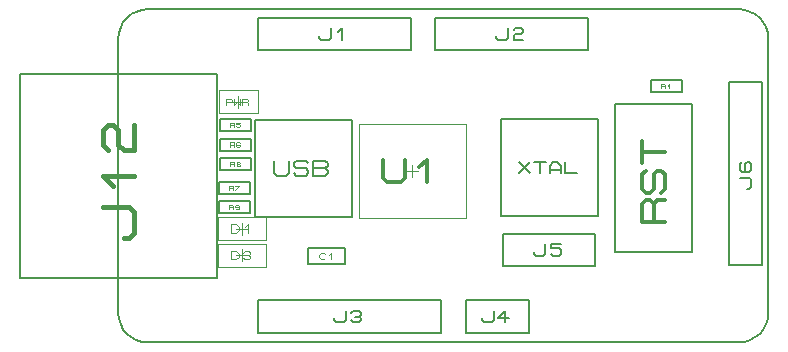
<source format=gbr>
G04 PROTEUS RS274X GERBER FILE*
%FSLAX45Y45*%
%MOMM*%
G01*
%ADD36C,0.050000*%
%ADD37C,0.305000*%
%ADD22C,0.203200*%
%ADD38C,0.313690*%
%ADD39C,0.085340*%
%ADD40C,0.083750*%
%ADD41C,0.060960*%
%ADD26C,0.152400*%
%ADD42C,0.435610*%
%ADD43C,0.117000*%
%ADD44C,0.205080*%
%ADD45C,0.164590*%
%ADD46C,0.164060*%
D36*
X+2032240Y+955680D02*
X+2942240Y+955680D01*
X+2942240Y+1745680D01*
X+2032240Y+1745680D01*
X+2032240Y+955680D01*
X+2487240Y+1400680D02*
X+2487240Y+1300680D01*
X+2537240Y+1350680D02*
X+2437240Y+1350680D01*
D37*
X+2243240Y+1442180D02*
X+2243240Y+1289680D01*
X+2273740Y+1259180D01*
X+2395740Y+1259180D01*
X+2426240Y+1289680D01*
X+2426240Y+1442180D01*
X+2548240Y+1381180D02*
X+2609240Y+1442180D01*
X+2609240Y+1259180D01*
D22*
X+4202840Y+664620D02*
X+4858160Y+664620D01*
X+4858160Y+1919380D01*
X+4202840Y+1919380D01*
X+4202840Y+664620D01*
D38*
X+4624607Y+915572D02*
X+4436393Y+915572D01*
X+4436393Y+1072417D01*
X+4467762Y+1103786D01*
X+4499131Y+1103786D01*
X+4530500Y+1072417D01*
X+4530500Y+915572D01*
X+4530500Y+1072417D02*
X+4561869Y+1103786D01*
X+4624607Y+1103786D01*
X+4593238Y+1166524D02*
X+4624607Y+1197893D01*
X+4624607Y+1323369D01*
X+4593238Y+1354738D01*
X+4561869Y+1354738D01*
X+4530500Y+1323369D01*
X+4530500Y+1197893D01*
X+4499131Y+1166524D01*
X+4467762Y+1166524D01*
X+4436393Y+1197893D01*
X+4436393Y+1323369D01*
X+4467762Y+1354738D01*
X+4436393Y+1417476D02*
X+4436393Y+1605690D01*
X+4436393Y+1511583D02*
X+4624607Y+1511583D01*
D22*
X+1605500Y+560800D02*
X+1920460Y+560800D01*
X+1920460Y+703040D01*
X+1605500Y+703040D01*
X+1605500Y+560800D01*
D39*
X+1745911Y+614851D02*
X+1737376Y+606316D01*
X+1711773Y+606316D01*
X+1694705Y+623385D01*
X+1694705Y+640454D01*
X+1711773Y+657523D01*
X+1737376Y+657523D01*
X+1745911Y+648988D01*
X+1780048Y+640454D02*
X+1797117Y+657523D01*
X+1797117Y+606316D01*
D36*
X+1179740Y+2032860D02*
X+849740Y+2032860D01*
X+849740Y+1842860D01*
X+1179740Y+1842860D01*
X+1179740Y+2032860D01*
X+1014740Y+1887860D02*
X+1014740Y+1987860D01*
X+964740Y+1937860D02*
X+1064740Y+1937860D01*
D40*
X+914240Y+1912735D02*
X+914240Y+1962985D01*
X+956115Y+1962985D01*
X+964490Y+1954610D01*
X+964490Y+1946235D01*
X+956115Y+1937860D01*
X+914240Y+1937860D01*
X+981240Y+1962985D02*
X+981240Y+1912735D01*
X+1006365Y+1937860D01*
X+1031490Y+1912735D01*
X+1031490Y+1962985D01*
X+1048240Y+1912735D02*
X+1048240Y+1962985D01*
X+1090115Y+1962985D01*
X+1098490Y+1954610D01*
X+1098490Y+1946235D01*
X+1090115Y+1937860D01*
X+1048240Y+1937860D01*
X+1090115Y+1937860D02*
X+1098490Y+1929485D01*
X+1098490Y+1912735D01*
D22*
X+862170Y+1691480D02*
X+1123790Y+1691480D01*
X+1123790Y+1793080D01*
X+862170Y+1793080D01*
X+862170Y+1691480D01*
D41*
X+944212Y+1723992D02*
X+944212Y+1760568D01*
X+974692Y+1760568D01*
X+980788Y+1754472D01*
X+980788Y+1748376D01*
X+974692Y+1742280D01*
X+944212Y+1742280D01*
X+974692Y+1742280D02*
X+980788Y+1736184D01*
X+980788Y+1723992D01*
X+1029556Y+1760568D02*
X+999076Y+1760568D01*
X+999076Y+1748376D01*
X+1023460Y+1748376D01*
X+1029556Y+1742280D01*
X+1029556Y+1730088D01*
X+1023460Y+1723992D01*
X+1005172Y+1723992D01*
X+999076Y+1730088D01*
D26*
X-836680Y+2172640D02*
X-836680Y+445440D01*
X+834780Y+445440D01*
X+834780Y+2172640D01*
X-836680Y+2172640D02*
X+834780Y+2172640D01*
X+834780Y+445440D01*
X-836680Y+445440D01*
X-836680Y+2172640D01*
X+834780Y+2172640D01*
D42*
X+42611Y+786308D02*
X+86172Y+786308D01*
X+129733Y+829869D01*
X+129733Y+1004113D01*
X+86172Y+1047674D01*
X-131633Y+1047674D01*
X-44511Y+1221918D02*
X-131633Y+1309040D01*
X+129733Y+1309040D01*
X-88072Y+1526845D02*
X-131633Y+1570406D01*
X-131633Y+1701089D01*
X-88072Y+1744650D01*
X-44511Y+1744650D01*
X-950Y+1701089D01*
X-950Y+1570406D01*
X+42611Y+1526845D01*
X+129733Y+1526845D01*
X+129733Y+1744650D01*
D36*
X+1245860Y+958440D02*
X+845860Y+958440D01*
X+845860Y+768440D01*
X+1245860Y+768440D01*
X+1245860Y+958440D01*
X+1045860Y+813440D02*
X+1045860Y+913440D01*
X+995860Y+863440D02*
X+1095860Y+863440D01*
D43*
X+952260Y+828340D02*
X+952260Y+898540D01*
X+999060Y+898540D01*
X+1022460Y+875140D01*
X+1022460Y+851740D01*
X+999060Y+828340D01*
X+952260Y+828340D01*
X+1069260Y+875140D02*
X+1092660Y+898540D01*
X+1092660Y+828340D01*
D36*
X+845860Y+542380D02*
X+1245860Y+542380D01*
X+1245860Y+732380D01*
X+845860Y+732380D01*
X+845860Y+542380D01*
X+1045860Y+687380D02*
X+1045860Y+587380D01*
X+1095860Y+637380D02*
X+995860Y+637380D01*
D43*
X+952260Y+602280D02*
X+952260Y+672480D01*
X+999060Y+672480D01*
X+1022460Y+649080D01*
X+1022460Y+625680D01*
X+999060Y+602280D01*
X+952260Y+602280D01*
X+1057560Y+660780D02*
X+1069260Y+672480D01*
X+1104360Y+672480D01*
X+1116060Y+660780D01*
X+1116060Y+649080D01*
X+1104360Y+637380D01*
X+1116060Y+625680D01*
X+1116060Y+613980D01*
X+1104360Y+602280D01*
X+1069260Y+602280D01*
X+1057560Y+613980D01*
X+1080960Y+637380D02*
X+1104360Y+637380D01*
D22*
X+1155400Y+964100D02*
X+1975720Y+964100D01*
X+1975720Y+1784420D01*
X+1155400Y+1784420D01*
X+1155400Y+964100D01*
D44*
X+1319464Y+1435784D02*
X+1319464Y+1333244D01*
X+1339972Y+1312736D01*
X+1422004Y+1312736D01*
X+1442512Y+1333244D01*
X+1442512Y+1435784D01*
X+1483528Y+1333244D02*
X+1504036Y+1312736D01*
X+1586068Y+1312736D01*
X+1606576Y+1333244D01*
X+1606576Y+1353752D01*
X+1586068Y+1374260D01*
X+1504036Y+1374260D01*
X+1483528Y+1394768D01*
X+1483528Y+1415276D01*
X+1504036Y+1435784D01*
X+1586068Y+1435784D01*
X+1606576Y+1415276D01*
X+1647592Y+1312736D02*
X+1647592Y+1435784D01*
X+1750132Y+1435784D01*
X+1770640Y+1415276D01*
X+1770640Y+1394768D01*
X+1750132Y+1374260D01*
X+1770640Y+1353752D01*
X+1770640Y+1333244D01*
X+1750132Y+1312736D01*
X+1647592Y+1312736D01*
X+1647592Y+1374260D02*
X+1750132Y+1374260D01*
D22*
X+852830Y+1158240D02*
X+1114450Y+1158240D01*
X+1114450Y+1259840D01*
X+852830Y+1259840D01*
X+852830Y+1158240D01*
D41*
X+934872Y+1190752D02*
X+934872Y+1227328D01*
X+965352Y+1227328D01*
X+971448Y+1221232D01*
X+971448Y+1215136D01*
X+965352Y+1209040D01*
X+934872Y+1209040D01*
X+965352Y+1209040D02*
X+971448Y+1202944D01*
X+971448Y+1190752D01*
X+989736Y+1227328D02*
X+1020216Y+1227328D01*
X+1020216Y+1221232D01*
X+989736Y+1190752D01*
D22*
X+862830Y+1358240D02*
X+1124450Y+1358240D01*
X+1124450Y+1459840D01*
X+862830Y+1459840D01*
X+862830Y+1358240D01*
D41*
X+944872Y+1390752D02*
X+944872Y+1427328D01*
X+975352Y+1427328D01*
X+981448Y+1421232D01*
X+981448Y+1415136D01*
X+975352Y+1409040D01*
X+944872Y+1409040D01*
X+975352Y+1409040D02*
X+981448Y+1402944D01*
X+981448Y+1390752D01*
X+1005832Y+1409040D02*
X+999736Y+1415136D01*
X+999736Y+1421232D01*
X+1005832Y+1427328D01*
X+1024120Y+1427328D01*
X+1030216Y+1421232D01*
X+1030216Y+1415136D01*
X+1024120Y+1409040D01*
X+1005832Y+1409040D01*
X+999736Y+1402944D01*
X+999736Y+1396848D01*
X+1005832Y+1390752D01*
X+1024120Y+1390752D01*
X+1030216Y+1396848D01*
X+1030216Y+1402944D01*
X+1024120Y+1409040D01*
D22*
X+852010Y+992980D02*
X+1113630Y+992980D01*
X+1113630Y+1094580D01*
X+852010Y+1094580D01*
X+852010Y+992980D01*
D41*
X+934052Y+1025492D02*
X+934052Y+1062068D01*
X+964532Y+1062068D01*
X+970628Y+1055972D01*
X+970628Y+1049876D01*
X+964532Y+1043780D01*
X+934052Y+1043780D01*
X+964532Y+1043780D02*
X+970628Y+1037684D01*
X+970628Y+1025492D01*
X+1019396Y+1049876D02*
X+1013300Y+1043780D01*
X+995012Y+1043780D01*
X+988916Y+1049876D01*
X+988916Y+1055972D01*
X+995012Y+1062068D01*
X+1013300Y+1062068D01*
X+1019396Y+1055972D01*
X+1019396Y+1031588D01*
X+1013300Y+1025492D01*
X+995012Y+1025492D01*
D22*
X+862170Y+1523840D02*
X+1123790Y+1523840D01*
X+1123790Y+1625440D01*
X+862170Y+1625440D01*
X+862170Y+1523840D01*
D41*
X+944212Y+1556352D02*
X+944212Y+1592928D01*
X+974692Y+1592928D01*
X+980788Y+1586832D01*
X+980788Y+1580736D01*
X+974692Y+1574640D01*
X+944212Y+1574640D01*
X+974692Y+1574640D02*
X+980788Y+1568544D01*
X+980788Y+1556352D01*
X+1029556Y+1586832D02*
X+1023460Y+1592928D01*
X+1005172Y+1592928D01*
X+999076Y+1586832D01*
X+999076Y+1562448D01*
X+1005172Y+1556352D01*
X+1023460Y+1556352D01*
X+1029556Y+1562448D01*
X+1029556Y+1568544D01*
X+1023460Y+1574640D01*
X+999076Y+1574640D01*
D22*
X+1182840Y+2371880D02*
X+2473160Y+2371880D01*
X+2473160Y+2646200D01*
X+1182840Y+2646200D01*
X+1182840Y+2371880D01*
D45*
X+1696327Y+2492580D02*
X+1696327Y+2476121D01*
X+1712786Y+2459662D01*
X+1778622Y+2459662D01*
X+1795081Y+2476121D01*
X+1795081Y+2558417D01*
X+1860918Y+2525499D02*
X+1893836Y+2558417D01*
X+1893836Y+2459662D01*
D22*
X+2682840Y+2371880D02*
X+3973160Y+2371880D01*
X+3973160Y+2646200D01*
X+2682840Y+2646200D01*
X+2682840Y+2371880D01*
D45*
X+3196327Y+2492580D02*
X+3196327Y+2476121D01*
X+3212786Y+2459662D01*
X+3278622Y+2459662D01*
X+3295081Y+2476121D01*
X+3295081Y+2558417D01*
X+3344459Y+2541958D02*
X+3360918Y+2558417D01*
X+3410295Y+2558417D01*
X+3426754Y+2541958D01*
X+3426754Y+2525499D01*
X+3410295Y+2509040D01*
X+3360918Y+2509040D01*
X+3344459Y+2492580D01*
X+3344459Y+2459662D01*
X+3426754Y+2459662D01*
D22*
X+1182840Y-18120D02*
X+2727160Y-18120D01*
X+2727160Y+256200D01*
X+1182840Y+256200D01*
X+1182840Y-18120D01*
D45*
X+1823327Y+102580D02*
X+1823327Y+86121D01*
X+1839786Y+69662D01*
X+1905622Y+69662D01*
X+1922081Y+86121D01*
X+1922081Y+168417D01*
X+1971459Y+151958D02*
X+1987918Y+168417D01*
X+2037295Y+168417D01*
X+2053754Y+151958D01*
X+2053754Y+135499D01*
X+2037295Y+119040D01*
X+2053754Y+102580D01*
X+2053754Y+86121D01*
X+2037295Y+69662D01*
X+1987918Y+69662D01*
X+1971459Y+86121D01*
X+2004377Y+119040D02*
X+2037295Y+119040D01*
D22*
X+2946340Y-18120D02*
X+3474660Y-18120D01*
X+3474660Y+256200D01*
X+2946340Y+256200D01*
X+2946340Y-18120D01*
D45*
X+3078827Y+102580D02*
X+3078827Y+86121D01*
X+3095286Y+69662D01*
X+3161122Y+69662D01*
X+3177581Y+86121D01*
X+3177581Y+168417D01*
X+3309254Y+102580D02*
X+3210500Y+102580D01*
X+3276336Y+168417D01*
X+3276336Y+69662D01*
D22*
X+4509510Y+2018040D02*
X+4771130Y+2018040D01*
X+4771130Y+2119640D01*
X+4509510Y+2119640D01*
X+4509510Y+2018040D01*
D41*
X+4591552Y+2050552D02*
X+4591552Y+2087128D01*
X+4622032Y+2087128D01*
X+4628128Y+2081032D01*
X+4628128Y+2074936D01*
X+4622032Y+2068840D01*
X+4591552Y+2068840D01*
X+4622032Y+2068840D02*
X+4628128Y+2062744D01*
X+4628128Y+2050552D01*
X+4652512Y+2074936D02*
X+4664704Y+2087128D01*
X+4664704Y+2050552D01*
D22*
X+5171340Y+556880D02*
X+5445660Y+556880D01*
X+5445660Y+2101200D01*
X+5171340Y+2101200D01*
X+5171340Y+556880D01*
D45*
X+5324960Y+1197367D02*
X+5341419Y+1197367D01*
X+5357878Y+1213826D01*
X+5357878Y+1279662D01*
X+5341419Y+1296121D01*
X+5259123Y+1296121D01*
X+5275582Y+1427794D02*
X+5259123Y+1411335D01*
X+5259123Y+1361958D01*
X+5275582Y+1345499D01*
X+5341419Y+1345499D01*
X+5357878Y+1361958D01*
X+5357878Y+1411335D01*
X+5341419Y+1427794D01*
X+5324960Y+1427794D01*
X+5308500Y+1411335D01*
X+5308500Y+1345499D01*
D22*
X+0Y+150000D02*
X+0Y+2470000D01*
X+250000Y+2720000D02*
X+5250000Y+2720000D01*
X+5500000Y+2470000D02*
X+5500000Y+150000D01*
X+5250000Y-100000D02*
X+250000Y-100000D01*
X+0Y+2470000D02*
X+4974Y+2521117D01*
X+19287Y+2568389D01*
X+42023Y+2610900D01*
X+72266Y+2647734D01*
X+109100Y+2677977D01*
X+151611Y+2700713D01*
X+198883Y+2715026D01*
X+250000Y+2720000D01*
X+0Y+150000D02*
X+4974Y+98883D01*
X+19287Y+51611D01*
X+42023Y+9100D01*
X+72266Y-27734D01*
X+109100Y-57977D01*
X+151611Y-80713D01*
X+198883Y-95026D01*
X+250000Y-100000D01*
X+5250000Y-100000D02*
X+5301117Y-95026D01*
X+5348389Y-80713D01*
X+5390900Y-57977D01*
X+5427734Y-27734D01*
X+5457977Y+9100D01*
X+5480713Y+51611D01*
X+5495026Y+98883D01*
X+5500000Y+150000D01*
X+5500000Y+2470000D02*
X+5495026Y+2521117D01*
X+5480713Y+2568389D01*
X+5457977Y+2610900D01*
X+5427734Y+2647734D01*
X+5390900Y+2677977D01*
X+5348389Y+2700713D01*
X+5301117Y+2715026D01*
X+5250000Y+2720000D01*
X+3254840Y+542840D02*
X+4037160Y+542840D01*
X+4037160Y+817160D01*
X+3254840Y+817160D01*
X+3254840Y+542840D01*
D45*
X+3514327Y+663540D02*
X+3514327Y+647081D01*
X+3530786Y+630622D01*
X+3596622Y+630622D01*
X+3613081Y+647081D01*
X+3613081Y+729377D01*
X+3744754Y+729377D02*
X+3662459Y+729377D01*
X+3662459Y+696459D01*
X+3728295Y+696459D01*
X+3744754Y+680000D01*
X+3744754Y+647081D01*
X+3728295Y+630622D01*
X+3678918Y+630622D01*
X+3662459Y+647081D01*
D22*
X+3239840Y+969840D02*
X+4060160Y+969840D01*
X+4060160Y+1790160D01*
X+3239840Y+1790160D01*
X+3239840Y+969840D01*
D46*
X+3387498Y+1429219D02*
X+3485936Y+1330780D01*
X+3387498Y+1330780D02*
X+3485936Y+1429219D01*
X+3518749Y+1429219D02*
X+3617187Y+1429219D01*
X+3567968Y+1429219D02*
X+3567968Y+1330780D01*
X+3650000Y+1330780D02*
X+3650000Y+1396406D01*
X+3682812Y+1429219D01*
X+3715625Y+1429219D01*
X+3748438Y+1396406D01*
X+3748438Y+1330780D01*
X+3650000Y+1363593D02*
X+3748438Y+1363593D01*
X+3781251Y+1429219D02*
X+3781251Y+1330780D01*
X+3879689Y+1330780D01*
M02*

</source>
